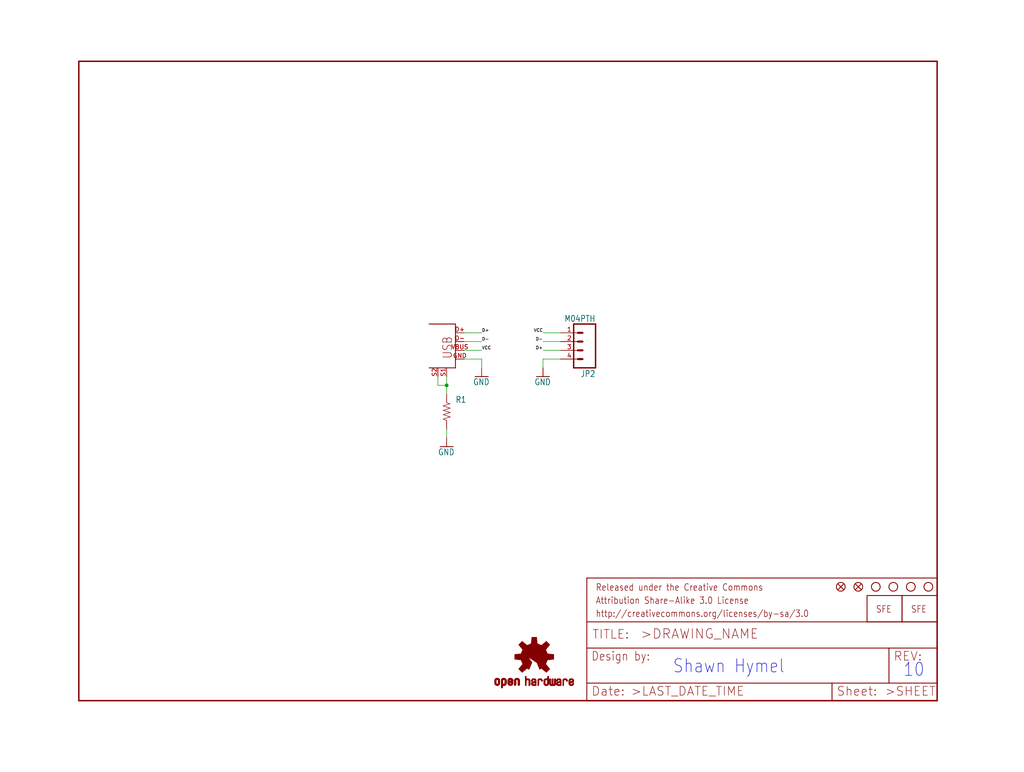
<source format=kicad_sch>
(kicad_sch (version 20211123) (generator eeschema)
  (paper "User" 297.002 223.926)
  (lib_symbols
    (symbol "eagleSchem-eagle-import:FIDUCIAL1X2")
    (symbol "eagleSchem-eagle-import:FRAME-LETTER"
      (symbol "FRAME-LETTER_2_0"
        (text ">DRAWING_NAME" (at 15.494 17.78 0) (effects (font (size 2.7432 2.7432)) (justify left bottom)))
        (text ">LAST_DATE_TIME" (at 12.7 1.27 0) (effects (font (size 2.54 2.54)) (justify left bottom)))
        (text ">SHEET" (at 86.36 1.27 0) (effects (font (size 2.54 2.54)) (justify left bottom)))
        (text "Attribution Share-Alike 3.0 License" (at 2.54 27.94 0) (effects (font (size 1.9304 1.6408)) (justify left bottom)))
        (text "Date:" (at 1.27 1.27 0) (effects (font (size 2.54 2.54)) (justify left bottom)))
        (text "Design by:" (at 1.27 11.43 0) (effects (font (size 2.54 2.159)) (justify left bottom)))
        (text "http://creativecommons.org/licenses/by-sa/3.0" (at 2.54 24.13 0) (effects (font (size 1.9304 1.6408)) (justify left bottom)))
        (text "Released under the Creative Commons" (at 2.54 31.75 0) (effects (font (size 1.9304 1.6408)) (justify left bottom)))
        (text "REV:" (at 88.9 11.43 0) (effects (font (size 2.54 2.54)) (justify left bottom)))
        (text "Sheet:" (at 72.39 1.27 0) (effects (font (size 2.54 2.54)) (justify left bottom)))
        (text "TITLE:" (at 1.524 17.78 0) (effects (font (size 2.54 2.54)) (justify left bottom)))
      )
    )
    (symbol "eagleSchem-eagle-import:GND" (power)
      (property "Value" "GND" (at -2.54 -2.54 0))
      (symbol "GND_1_0"
        (pin power_in line (at 0 2.54 270) (length 2.54) (name "GND") (number "1"))
      )
    )
    (symbol "eagleSchem-eagle-import:LOGO-SFENEW"
      (symbol "LOGO-SFENEW_1_0"
        (text "SFE" (at 0 0 0) (effects (font (size 1.9304 1.6408)) (justify left bottom)))
      )
    )
    (symbol "eagleSchem-eagle-import:LOGO-SFESK"
      (symbol "LOGO-SFESK_1_0"
        (text "SFE" (at 0 0 0) (effects (font (size 1.9304 1.6408)) (justify left bottom)))
      )
    )
    (symbol "eagleSchem-eagle-import:M04PTH"
      (property "Reference" "JP" (at -5.08 8.382 0))
      (property "Value" "M04PTH" (at -5.08 -7.62 0))
      (symbol "M04PTH_1_0"
        (pin passive line (at 5.08 -2.54 180) (length 5.08) (name "1") (number "1"))
        (pin passive line (at 5.08 0 180) (length 5.08) (name "2") (number "2"))
        (pin passive line (at 5.08 2.54 180) (length 5.08) (name "3") (number "3"))
        (pin passive line (at 5.08 5.08 180) (length 5.08) (name "4") (number "4"))
      )
    )
    (symbol "eagleSchem-eagle-import:OSHW-LOGOS")
    (symbol "eagleSchem-eagle-import:RESISTOR0603"
      (property "Reference" "R" (at -3.81 1.4986 0))
      (property "Value" "RESISTOR0603" (at -3.81 -3.302 0))
      (symbol "RESISTOR0603_1_0"
        (pin passive line (at -5.08 0 0) (length 2.54) (name "1") (number "1"))
        (pin passive line (at 5.08 0 180) (length 2.54) (name "2") (number "2"))
      )
    )
    (symbol "eagleSchem-eagle-import:STAND-OFF")
    (symbol "eagleSchem-eagle-import:USB+SHIELDUSB-A-S-NOSILK-FEMALE"
      (symbol "USB+SHIELDUSB-A-S-NOSILK-FEMALE_1_0"
        (text "USB" (at 3.81 0 900) (effects (font (size 2.54 2.159)) (justify left bottom)))
        (pin bidirectional line (at -2.54 7.62 0) (length 2.54) (name "D+") (number "D+"))
        (pin bidirectional line (at -2.54 5.08 0) (length 2.54) (name "D-") (number "D-"))
        (pin bidirectional line (at -2.54 0 0) (length 2.54) (name "GND") (number "GND"))
        (pin bidirectional line (at 2.54 -5.08 90) (length 2.54) (name "S1") (number "S1"))
        (pin bidirectional line (at 5.08 -5.08 90) (length 2.54) (name "S2") (number "S2"))
        (pin bidirectional line (at -2.54 2.54 0) (length 2.54) (name "VBUS") (number "VBUS"))
      )
    )
  )
  (junction (at 129.54 111.76))
  (wire (pts (xy 134.62 96.52) (xy 139.7 96.52)))
  (wire (pts (xy 127 109.22) (xy 127 111.76)))
  (wire (pts (xy 129.54 111.76) (xy 129.54 114.3)))
  (wire (pts (xy 134.62 104.14) (xy 139.7 104.14)))
  (wire (pts (xy 127 111.76) (xy 129.54 111.76)))
  (wire (pts (xy 162.56 99.06) (xy 157.48 99.06)))
  (wire (pts (xy 162.56 101.6) (xy 157.48 101.6)))
  (wire (pts (xy 134.62 101.6) (xy 139.7 101.6)))
  (wire (pts (xy 162.56 104.14) (xy 157.48 104.14)))
  (wire (pts (xy 162.56 96.52) (xy 157.48 96.52)))
  (wire (pts (xy 134.62 99.06) (xy 139.7 99.06)))
  (wire (pts (xy 129.54 124.46) (xy 129.54 127)))
  (wire (pts (xy 129.54 109.22) (xy 129.54 111.76)))
  (wire (pts (xy 139.7 104.14) (xy 139.7 106.68)))
  (wire (pts (xy 157.48 104.14) (xy 157.48 106.68)))
  (text "Shawn Hymel" (at 195.072 195.58 180) (effects (font (size 3.81 3.2385)) (justify left bottom)))
  (text "10" (at 261.874 196.596 180) (effects (font (size 3.81 3.2385)) (justify left bottom)))
  (label "VCC" (at 157.48 96.52 180) (effects (font (size 0.889 0.889))))
  (label "D-" (at 157.48 99.06 180) (effects (font (size 0.889 0.889))))
  (label "D+" (at 157.48 101.6 180) (effects (font (size 0.889 0.889))))
  (label "D+" (at 139.7 96.52 0) (effects (font (size 0.889 0.889))))
  (label "D-" (at 139.7 99.06 0) (effects (font (size 0.889 0.889))))
  (label "VCC" (at 139.7 101.6 0) (effects (font (size 0.889 0.889))))
  (symbol (lib_id "eagleSchem-eagle-import:FRAME-LETTER") (at 22.86 203.2 0) (unit 1)
    (property "Reference" "FRAME1" (effects hide))
    (property "Value" "FRAME-LETTER" (effects hide))
    (property "Footprint" "eagleSchem:CREATIVE_COMMONS" (effects hide))
  )
  (symbol (lib_id "eagleSchem-eagle-import:FRAME-LETTER") (at 170.18 203.2 0) (unit 2)
    (property "Reference" "FRAME1" (effects hide))
    (property "Value" "FRAME-LETTER" (effects hide))
    (property "Footprint" "eagleSchem:CREATIVE_COMMONS" (effects hide))
  )
  (symbol (lib_id "eagleSchem-eagle-import:LOGO-SFENEW") (at 264.16 177.8 0) (unit 1)
    (property "Reference" "LOGO1" (effects hide))
    (property "Value" "LOGO-SFENEW" (effects hide))
    (property "Footprint" "eagleSchem:SFE-NEW-WEBLOGO" (effects hide))
  )
  (symbol (lib_id "eagleSchem-eagle-import:USB+SHIELDUSB-A-S-NOSILK-FEMALE") (at 132.08 104.14 0) (mirror y) (unit 1)
    (property "Reference" "JP1" (effects hide))
    (property "Value" "USB+SHIELDUSB-A-S-NOSILK-FEMALE" (effects hide))
    (property "Footprint" "eagleSchem:USB-A-S-NOSILK-FEMALE" (effects hide))
  )
  (symbol (lib_id "eagleSchem-eagle-import:OSHW-LOGOS") (at 154.94 190.5 0) (unit 1)
    (property "Reference" "LOGO2" (effects hide))
    (property "Value" "OSHW-LOGOS" (effects hide))
    (property "Footprint" "eagleSchem:OSHW-LOGO-S" (effects hide))
  )
  (symbol (lib_id "eagleSchem-eagle-import:RESISTOR0603") (at 129.54 119.38 90) (unit 1)
    (property "Reference" "R1" (at 132.08 116.8654 90) (effects (font (size 1.778 1.5113)) (justify right top)))
    (property "Value" "0" (at 132.08 121.92 90) (effects (font (size 1.778 1.5113)) (justify right top)))
    (property "Footprint" "eagleSchem:0603-RES" (effects hide))
    (property "Value" "0" (effects hide))
  )
  (symbol (lib_id "eagleSchem-eagle-import:STAND-OFF") (at 259.08 170.18 0) (unit 1)
    (property "Reference" "STANDOFF3" (effects hide))
    (property "Value" "STAND-OFF" (effects hide))
    (property "Footprint" "eagleSchem:STAND-OFF" (effects hide))
  )
  (symbol (lib_id "eagleSchem-eagle-import:FIDUCIAL1X2") (at 248.92 170.18 0) (unit 1)
    (property "Reference" "FID1" (effects hide))
    (property "Value" "FIDUCIAL1X2" (effects hide))
    (property "Footprint" "eagleSchem:FIDUCIAL-1X2" (effects hide))
  )
  (symbol (lib_id "eagleSchem-eagle-import:STAND-OFF") (at 254 170.18 0) (unit 1)
    (property "Reference" "STANDOFF4" (effects hide))
    (property "Value" "STAND-OFF" (effects hide))
    (property "Footprint" "eagleSchem:STAND-OFF" (effects hide))
  )
  (symbol (lib_id "eagleSchem-eagle-import:STAND-OFF") (at 264.16 170.18 0) (unit 1)
    (property "Reference" "STANDOFF2" (effects hide))
    (property "Value" "STAND-OFF" (effects hide))
    (property "Footprint" "eagleSchem:STAND-OFF" (effects hide))
  )
  (symbol (lib_id "eagleSchem-eagle-import:LOGO-SFESK") (at 254 177.8 0) (unit 1)
    (property "Reference" "LOGO3" (effects hide))
    (property "Value" "LOGO-SFESK" (effects hide))
    (property "Footprint" "eagleSchem:SFE-LOGO-FLAME" (effects hide))
  )
  (symbol (lib_id "eagleSchem-eagle-import:GND") (at 129.54 129.54 0) (unit 1)
    (property "Reference" "#GND3" (effects hide))
    (property "Value" "GND" (at 127 132.08 0) (effects (font (size 1.778 1.5113)) (justify left bottom)))
    (property "Footprint" "eagleSchem:" (effects hide))
  )
  (symbol (lib_id "eagleSchem-eagle-import:GND") (at 139.7 109.22 0) (unit 1)
    (property "Reference" "#GND1" (effects hide))
    (property "Value" "GND" (at 137.16 111.76 0) (effects (font (size 1.778 1.5113)) (justify left bottom)))
    (property "Footprint" "eagleSchem:" (effects hide))
  )
  (symbol (lib_id "eagleSchem-eagle-import:FIDUCIAL1X2") (at 243.84 170.18 0) (unit 1)
    (property "Reference" "FID2" (effects hide))
    (property "Value" "FIDUCIAL1X2" (effects hide))
    (property "Footprint" "eagleSchem:FIDUCIAL-1X2" (effects hide))
  )
  (symbol (lib_id "eagleSchem-eagle-import:M04PTH") (at 167.64 99.06 180) (unit 1)
    (property "Reference" "JP2" (at 172.72 107.442 0) (effects (font (size 1.778 1.5113)) (justify left bottom)))
    (property "Value" "M04PTH" (at 172.72 91.44 0) (effects (font (size 1.778 1.5113)) (justify left bottom)))
    (property "Footprint" "eagleSchem:1X04" (effects hide))
  )
  (symbol (lib_id "eagleSchem-eagle-import:STAND-OFF") (at 269.24 170.18 0) (unit 1)
    (property "Reference" "STANDOFF1" (effects hide))
    (property "Value" "STAND-OFF" (effects hide))
    (property "Footprint" "eagleSchem:STAND-OFF" (effects hide))
  )
  (symbol (lib_id "eagleSchem-eagle-import:GND") (at 157.48 109.22 0) (unit 1)
    (property "Reference" "#GND2" (effects hide))
    (property "Value" "GND" (at 154.94 111.76 0) (effects (font (size 1.778 1.5113)) (justify left bottom)))
    (property "Footprint" "eagleSchem:" (effects hide))
  )
)
</source>
